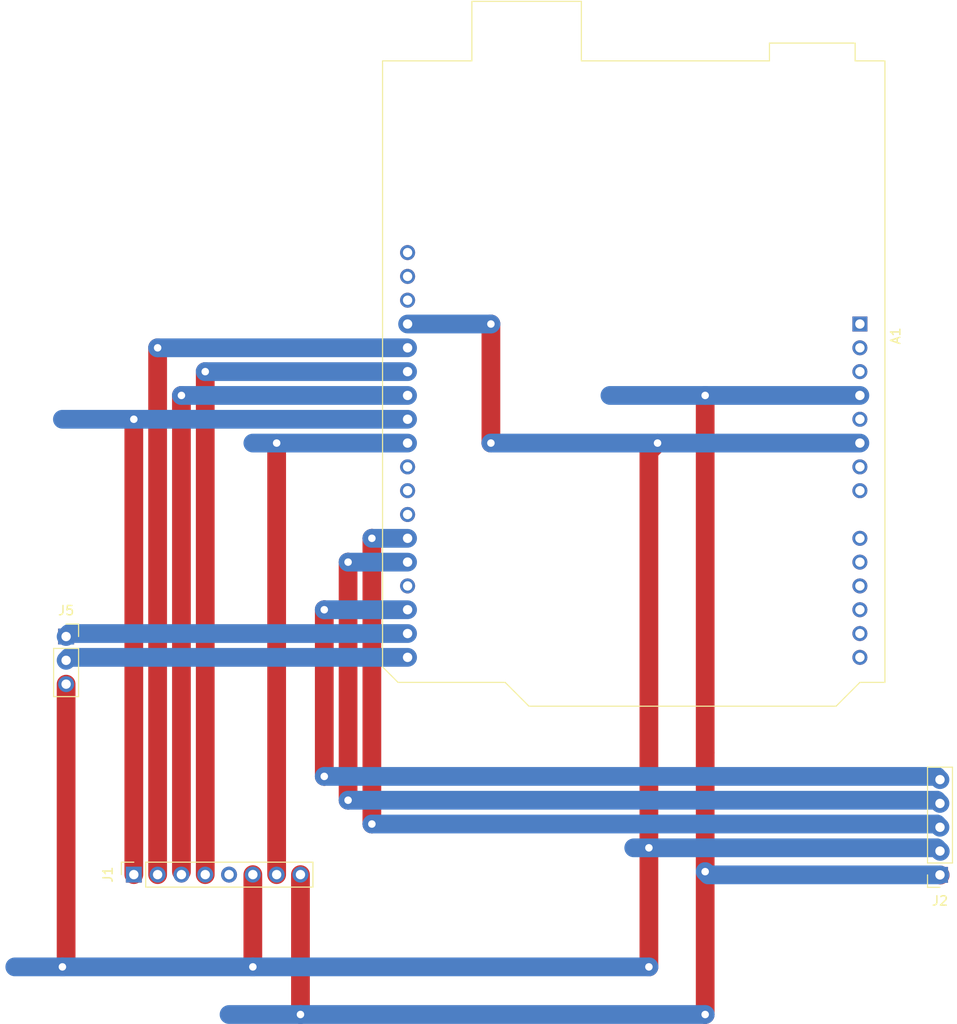
<source format=kicad_pcb>
(kicad_pcb (version 20211014) (generator pcbnew)
  (layers (0 "F.Cu" signal) (31 "B.Cu" signal) (34 "B.Paste" user) (35 "F.Paste" user) (36 "B.SilkS" user "B.Silkscreen") (37 "F.SilkS" user "F.Silkscreen") (38 "B.Mask" user) (39 "F.Mask" user) (44 "Edge.Cuts" user))
  (net 0 "")
  (net 1 "+3V3")
  (net 2 "/RX")
  (net 3 "/TX")
  (net 5 "GND")
  (net 6 "/MOSI")
  (net 7 "/MISO")
  (net 9 "/CLK")
  (net 10 "+5V")
  (net 11 "/N_RST")
  (net 20 "/RST")
  (net 22 "/DAT")
  (net 26 "/SDA")
  (net 27 "/SCK")
  (net 31 "/RTC_RST")
  (footprint "For_Rasterboard:Arduino_UNO_R3_WithMountingHoles_Snapped_to_P2.54mm" (layer "F.Cu") (at 148.59 88.9 -90)
    (fp_text reference "A1" (at 1.27 -3.81 90) (layer "F.SilkS"))
    (fp_text value "Arduino_UNO_R3")
    (fp_line (start 38.23 37.85) (end 40.77 35.31) (layer "F.SilkS") (width 0.12))
    (fp_line (start -28.07 29.72) (end -34.42 29.72) (layer "F.SilkS") (width 0.12))
    (fp_line (start -28.07 9.65) (end -28.07 29.72) (layer "F.SilkS") (width 0.12))
    (fp_line (start -28.07 -2.67) (end -28.07 0.51) (layer "F.SilkS") (width 0.12))
    (fp_line (start 38.23 49.28) (end 38.23 37.85) (layer "F.SilkS") (width 0.12))
    (fp_line (start -29.97 9.65) (end -28.07 9.65) (layer "F.SilkS") (width 0.12))
    (fp_line (start -28.07 41.4) (end -28.07 50.93) (layer "F.SilkS") (width 0.12))
    (fp_line (start 40.77 2.54) (end 38.23 0) (layer "F.SilkS") (width 0.12))
    (fp_line (start -28.07 0.51) (end -29.97 0.51) (layer "F.SilkS") (width 0.12))
    (fp_line (start 36.58 50.93) (end 38.23 49.28) (layer "F.SilkS") (width 0.12))
    (fp_line (start 38.23 -2.67) (end -28.07 -2.67) (layer "F.SilkS") (width 0.12))
    (fp_line (start 38.23 0) (end 38.23 -2.67) (layer "F.SilkS") (width 0.12))
    (fp_line (start -34.42 41.4) (end -28.07 41.4) (layer "F.SilkS") (width 0.12))
    (fp_line (start -34.42 29.72) (end -34.42 41.4) (layer "F.SilkS") (width 0.12))
    (fp_line (start 40.77 35.31) (end 40.77 2.54) (layer "F.SilkS") (width 0.12))
    (fp_line (start -29.97 0.51) (end -29.97 9.65) (layer "F.SilkS") (width 0.12))
    (fp_line (start -28.07 50.93) (end 36.58 50.93) (layer "F.SilkS") (width 0.12))
    (pad "" np_thru_hole circle (at 38.1 5.08) (size 3.2 3.2) (drill 3.2) (layers *.Cu *.Mask))
    (pad "" np_thru_hole circle (at -13.97 0) (size 3.2 3.2) (drill 3.2) (layers *.Cu *.Mask))
    (pad "" np_thru_hole circle (at 38.1 33.02) (size 3.2 3.2) (drill 3.2) (layers *.Cu *.Mask))
    (pad "" np_thru_hole circle (at -12.7 48.26) (size 3.2 3.2) (drill 3.2) (layers *.Cu *.Mask))
    (pad "1" thru_hole rect (at 0 0) (size 1.6 1.6) (drill 1) (layers *.Cu *.Mask))
    (pad "2" thru_hole oval (at 2.54 0) (size 1.6 1.6) (drill 1) (layers *.Cu *.Mask))
    (pad "3" thru_hole oval (at 5.08 0) (size 1.6 1.6) (drill 1) (layers *.Cu *.Mask) (net 11 "/N_RST"))
    (pad "4" thru_hole oval (at 7.62 0) (size 1.6 1.6) (drill 1) (layers *.Cu *.Mask) (net 1 "+3V3"))
    (pad "5" thru_hole oval (at 10.16 0) (size 1.6 1.6) (drill 1) (layers *.Cu *.Mask) (net 10 "+5V"))
    (pad "6" thru_hole oval (at 12.7 0) (size 1.6 1.6) (drill 1) (layers *.Cu *.Mask) (net 5 "GND"))
    (pad "7" thru_hole oval (at 15.24 0) (size 1.6 1.6) (drill 1) (layers *.Cu *.Mask) (net 5 "GND"))
    (pad "8" thru_hole oval (at 17.78 0) (size 1.6 1.6) (drill 1) (layers *.Cu *.Mask))
    (pad "9" thru_hole oval (at 22.86 0) (size 1.6 1.6) (drill 1) (layers *.Cu *.Mask))
    (pad "10" thru_hole oval (at 25.4 0) (size 1.6 1.6) (drill 1) (layers *.Cu *.Mask))
    (pad "11" thru_hole oval (at 27.94 0) (size 1.6 1.6) (drill 1) (layers *.Cu *.Mask))
    (pad "12" thru_hole oval (at 30.48 0) (size 1.6 1.6) (drill 1) (layers *.Cu *.Mask))
    (pad "13" thru_hole oval (at 33.02 0) (size 1.6 1.6) (drill 1) (layers *.Cu *.Mask))
    (pad "14" thru_hole oval (at 35.56 0) (size 1.6 1.6) (drill 1) (layers *.Cu *.Mask))
    (pad "15" thru_hole oval (at 35.56 48.26) (size 1.6 1.6) (drill 1) (layers *.Cu *.Mask) (net 2 "/RX"))
    (pad "16" thru_hole oval (at 33.02 48.26) (size 1.6 1.6) (drill 1) (layers *.Cu *.Mask) (net 3 "/TX"))
    (pad "17" thru_hole oval (at 30.48 48.26) (size 1.6 1.6) (drill 1) (layers *.Cu *.Mask) (net 31 "/RTC_RST"))
    (pad "18" thru_hole oval (at 27.94 48.26) (size 1.6 1.6) (drill 1) (layers *.Cu *.Mask))
    (pad "19" thru_hole oval (at 25.4 48.26) (size 1.6 1.6) (drill 1) (layers *.Cu *.Mask) (net 22 "/DAT"))
    (pad "20" thru_hole oval (at 22.86 48.26) (size 1.6 1.6) (drill 1) (layers *.Cu *.Mask) (net 9 "/CLK"))
    (pad "21" thru_hole oval (at 20.32 48.26) (size 1.6 1.6) (drill 1) (layers *.Cu *.Mask))
    (pad "22" thru_hole oval (at 17.78 48.26) (size 1.6 1.6) (drill 1) (layers *.Cu *.Mask))
    (pad "23" thru_hole oval (at 15.24 48.26) (size 1.6 1.6) (drill 1) (layers *.Cu *.Mask))
    (pad "24" thru_hole oval (at 12.7 48.26) (size 1.6 1.6) (drill 1) (layers *.Cu *.Mask) (net 20 "/RST"))
    (pad "25" thru_hole oval (at 10.16 48.26) (size 1.6 1.6) (drill 1) (layers *.Cu *.Mask) (net 26 "/SDA"))
    (pad "26" thru_hole oval (at 7.62 48.26) (size 1.6 1.6) (drill 1) (layers *.Cu *.Mask) (net 6 "/MOSI"))
    (pad "27" thru_hole oval (at 5.08 48.26) (size 1.6 1.6) (drill 1) (layers *.Cu *.Mask) (net 7 "/MISO"))
    (pad "28" thru_hole oval (at 2.54 48.26) (size 1.6 1.6) (drill 1) (layers *.Cu *.Mask) (net 27 "/SCK"))
    (pad "29" thru_hole oval (at 0 48.26) (size 1.6 1.6) (drill 1) (layers *.Cu *.Mask) (net 5 "GND"))
    (pad "30" thru_hole oval (at -2.54 48.26) (size 1.6 1.6) (drill 1) (layers *.Cu *.Mask))
    (pad "31" thru_hole oval (at -5.08 48.26) (size 1.6 1.6) (drill 1) (layers *.Cu *.Mask))
    (pad "32" thru_hole oval (at -7.62 48.26) (size 1.6 1.6) (drill 1) (layers *.Cu *.Mask))
  )
  (footprint "Connector_PinSocket_2.54mm:PinSocket_1x03_P2.54mm_Vertical" (layer "F.Cu") (at 63.895 122.2375)
    (fp_text reference "J5" (at 0 -2.77) (layer "F.SilkS"))
    (fp_text value "1x3 2.54mm male")
    (fp_line (start 1.33 -1.33) (end 1.33 0) (layer "F.SilkS") (width 0.12))
    (fp_line (start -1.33 1.27) (end -1.33 6.41) (layer "F.SilkS") (width 0.12))
    (fp_line (start -1.33 1.27) (end 1.33 1.27) (layer "F.SilkS") (width 0.12))
    (fp_line (start 0 -1.33) (end 1.33 -1.33) (layer "F.SilkS") (width 0.12))
    (fp_line (start 1.33 1.27) (end 1.33 6.41) (layer "F.SilkS") (width 0.12))
    (fp_line (start -1.33 6.41) (end 1.33 6.41) (layer "F.SilkS") (width 0.12))
    (pad "1" thru_hole rect (at 0 0) (size 1.7 1.7) (drill 1) (layers *.Cu *.Mask) (net 3 "/TX"))
    (pad "2" thru_hole oval (at 0 2.54) (size 1.7 1.7) (drill 1) (layers *.Cu *.Mask) (net 2 "/RX"))
    (pad "3" thru_hole oval (at 0 5.08) (size 1.7 1.7) (drill 1) (layers *.Cu *.Mask) (net 5 "GND"))
  )
  (footprint "Connector_PinSocket_2.54mm:PinSocket_1x08_P2.54mm_Vertical" (layer "F.Cu") (at 71.12 147.6375 90)
    (fp_text reference "J1" (at 0 -2.77 90) (layer "F.SilkS"))
    (fp_text value "RFID")
    (fp_line (start -1.33 19.11) (end 1.33 19.11) (layer "F.SilkS") (width 0.12))
    (fp_line (start 1.33 -1.33) (end 1.33 0) (layer "F.SilkS") (width 0.12))
    (fp_line (start 0 -1.33) (end 1.33 -1.33) (layer "F.SilkS") (width 0.12))
    (fp_line (start -1.33 1.27) (end -1.33 19.11) (layer "F.SilkS") (width 0.12))
    (fp_line (start 1.33 1.27) (end 1.33 19.11) (layer "F.SilkS") (width 0.12))
    (fp_line (start -1.33 1.27) (end 1.33 1.27) (layer "F.SilkS") (width 0.12))
    (pad "1" thru_hole rect (at 0 0 90) (size 1.7 1.7) (drill 1) (layers *.Cu *.Mask) (net 26 "/SDA"))
    (pad "2" thru_hole oval (at 0 2.54 90) (size 1.7 1.7) (drill 1) (layers *.Cu *.Mask) (net 27 "/SCK"))
    (pad "3" thru_hole oval (at 0 5.08 90) (size 1.7 1.7) (drill 1) (layers *.Cu *.Mask) (net 6 "/MOSI"))
    (pad "4" thru_hole oval (at 0 7.62 90) (size 1.7 1.7) (drill 1) (layers *.Cu *.Mask) (net 7 "/MISO"))
    (pad "5" thru_hole oval (at 0 10.16 90) (size 1.7 1.7) (drill 1) (layers *.Cu *.Mask))
    (pad "6" thru_hole oval (at 0 12.7 90) (size 1.7 1.7) (drill 1) (layers *.Cu *.Mask) (net 5 "GND"))
    (pad "7" thru_hole oval (at 0 15.24 90) (size 1.7 1.7) (drill 1) (layers *.Cu *.Mask) (net 20 "/RST"))
    (pad "8" thru_hole oval (at 0 17.78 90) (size 1.7 1.7) (drill 1) (layers *.Cu *.Mask) (net 1 "+3V3"))
  )
  (footprint "Connector_PinSocket_2.54mm:PinSocket_1x05_P2.54mm_Vertical" (layer "F.Cu") (at 157.135 147.665 180)
    (fp_text reference "J2" (at 0 -2.77) (layer "F.SilkS"))
    (fp_text value "RTC")
    (fp_line (start 0 -1.33) (end 1.33 -1.33) (layer "F.SilkS") (width 0.12))
    (fp_line (start -1.33 1.27) (end -1.33 11.49) (layer "F.SilkS") (width 0.12))
    (fp_line (start 1.33 -1.33) (end 1.33 0) (layer "F.SilkS") (width 0.12))
    (fp_line (start -1.33 1.27) (end 1.33 1.27) (layer "F.SilkS") (width 0.12))
    (fp_line (start -1.33 11.49) (end 1.33 11.49) (layer "F.SilkS") (width 0.12))
    (fp_line (start 1.33 1.27) (end 1.33 11.49) (layer "F.SilkS") (width 0.12))
    (pad "1" thru_hole rect (at 0 0 180) (size 1.7 1.7) (drill 1) (layers *.Cu *.Mask) (net 1 "+3V3"))
    (pad "2" thru_hole oval (at 0 2.54 180) (size 1.7 1.7) (drill 1) (layers *.Cu *.Mask) (net 5 "GND"))
    (pad "3" thru_hole oval (at 0 5.08 180) (size 1.7 1.7) (drill 1) (layers *.Cu *.Mask) (net 9 "/CLK"))
    (pad "4" thru_hole oval (at 0 7.62 180) (size 1.7 1.7) (drill 1) (layers *.Cu *.Mask) (net 22 "/DAT"))
    (pad "5" thru_hole oval (at 0 10.16 180) (size 1.7 1.7) (drill 1) (layers *.Cu *.Mask) (net 31 "/RTC_RST"))
  )
  (segment (start 88.9 162.56) (end 88.9 147.6375) (width 2) (layer "F.Cu") (net 1))
  (segment (start 132.08 137.16) (end 132.08 147.32) (width 2) (layer "F.Cu") (net 1))
  (segment (start 157.16 147.69) (end 157.135 147.665) (width 2) (layer "F.Cu") (net 1))
  (segment (start 132.08 134.62) (end 132.08 137.16) (width 2) (layer "F.Cu") (net 1))
  (segment (start 132.08 96.52) (end 132.08 134.62) (width 2) (layer "F.Cu") (net 1))
  (segment (start 132.08 147.32) (end 132.08 162.56) (width 2) (layer "F.Cu") (net 1))
  (via (at 132.08 96.52) (size 2) (drill 0.8) (layers "F.Cu" "B.Cu") (net 1))
  (via (at 132.08 147.32) (size 2) (drill 0.8) (layers "F.Cu" "B.Cu") (net 1))
  (via (at 132.08 162.56) (size 2) (drill 0.8) (layers "F.Cu" "B.Cu") (net 1))
  (via (at 88.9 162.56) (size 2) (drill 0.8) (layers "F.Cu" "B.Cu") (net 1))
  (segment (start 148.59 96.52) (end 132.08 96.52) (width 2) (layer "B.Cu") (net 1))
  (segment (start 132.08 162.56) (end 88.9 162.56) (width 2) (layer "B.Cu") (net 1))
  (segment (start 88.9 162.56) (end 81.28 162.56) (width 2) (layer "B.Cu") (net 1))
  (segment (start 132.425 147.665) (end 132.08 147.32) (width 2) (layer "B.Cu") (net 1))
  (segment (start 157.135 147.665) (end 132.425 147.665) (width 2) (layer "B.Cu") (net 1))
  (segment (start 132.08 96.52) (end 121.92 96.52) (width 2) (layer "B.Cu") (net 1))
  (segment (start 100.33 124.46) (end 64.2125 124.46) (width 2) (layer "B.Cu") (net 2))
  (segment (start 64.2125 124.46) (end 63.895 124.7775) (width 2) (layer "B.Cu") (net 2))
  (segment (start 64.2125 121.92) (end 63.895 122.2375) (width 2) (layer "B.Cu") (net 3))
  (segment (start 100.33 121.92) (end 64.2125 121.92) (width 2) (layer "B.Cu") (net 3))
  (segment (start 109.22 101.6) (end 109.22 88.9) (width 2) (layer "F.Cu") (net 5))
  (segment (start 126.0775 144.78) (end 126.0775 102.5225) (width 2) (layer "F.Cu") (net 5))
  (segment (start 63.895 157.085) (end 63.5 157.48) (width 2) (layer "F.Cu") (net 5))
  (segment (start 63.895 127.3175) (end 63.895 157.085) (width 2) (layer "F.Cu") (net 5))
  (segment (start 83.82 157.48) (end 83.82 147.6375) (width 2) (layer "F.Cu") (net 5))
  (segment (start 126.0775 144.78) (end 126.0775 157.48) (width 2) (layer "F.Cu") (net 5))
  (segment (start 126.0775 102.5225) (end 127 101.6) (width 2) (layer "F.Cu") (net 5))
  (via (at 127 101.6) (size 2) (drill 0.8) (layers "F.Cu" "B.Cu") (net 5))
  (via (at 126.0775 157.48) (size 2) (drill 0.8) (layers "F.Cu" "B.Cu") (net 5))
  (via (at 83.82 157.48) (size 2) (drill 0.8) (layers "F.Cu" "B.Cu") (net 5))
  (via (at 126.0775 144.78) (size 2) (drill 0.8) (layers "F.Cu" "B.Cu") (net 5))
  (via (at 109.22 101.6) (size 2) (drill 0.8) (layers "F.Cu" "B.Cu") (net 5))
  (via (at 63.5 157.48) (size 2) (drill 0.8) (layers "F.Cu" "B.Cu") (net 5))
  (via (at 109.22 88.9) (size 2) (drill 0.8) (layers "F.Cu" "B.Cu") (net 5))
  (segment (start 83.82 157.48) (end 126.0775 157.48) (width 2) (layer "B.Cu") (net 5))
  (segment (start 109.22 88.9) (end 100.33 88.9) (width 2) (layer "B.Cu") (net 5))
  (segment (start 58.42 157.48) (end 63.5 157.48) (width 2) (layer "B.Cu") (net 5))
  (segment (start 157.135 145.125) (end 156.79 144.78) (width 2) (layer "B.Cu") (net 5))
  (segment (start 157.135 145.125) (end 157.165 145.155) (width 2) (layer "B.Cu") (net 5))
  (segment (start 127 101.6) (end 109.22 101.6) (width 2) (layer "B.Cu") (net 5))
  (segment (start 156.79 144.78) (end 124.46 144.78) (width 2) (layer "B.Cu") (net 5))
  (segment (start 148.59 101.6) (end 127 101.6) (width 2) (layer "B.Cu") (net 5))
  (segment (start 63.5 157.48) (end 83.82 157.48) (width 2) (layer "B.Cu") (net 5))
  (segment (start 76.2 96.52) (end 76.2 147.32) (width 2) (layer "F.Cu") (net 6))
  (via (at 76.2 96.52) (size 2) (drill 0.8) (layers "F.Cu" "B.Cu") (net 6))
  (segment (start 100.33 96.52) (end 76.2 96.52) (width 2) (layer "B.Cu") (net 6))
  (segment (start 78.74 93.98) (end 78.74 147.6375) (width 2) (layer "F.Cu") (net 7))
  (via (at 78.74 93.98) (size 2) (drill 0.8) (layers "F.Cu" "B.Cu") (net 7))
  (segment (start 100.33 93.98) (end 78.74 93.98) (width 2) (layer "B.Cu") (net 7))
  (segment (start 96.52 111.76) (end 96.52 142.24) (width 2) (layer "F.Cu") (net 9))
  (via (at 96.52 111.76) (size 2) (drill 0.8) (layers "F.Cu" "B.Cu") (net 9))
  (via (at 96.52 142.24) (size 2) (drill 0.8) (layers "F.Cu" "B.Cu") (net 9))
  (segment (start 156.79 142.24) (end 96.52 142.24) (width 2) (layer "B.Cu") (net 9))
  (segment (start 100.33 111.76) (end 96.52 111.76) (width 2) (layer "B.Cu") (net 9))
  (segment (start 157.135 142.585) (end 156.79 142.24) (width 2) (layer "B.Cu") (net 9))
  (segment (start 86.36 101.6) (end 86.36 147.6375) (width 2) (layer "F.Cu") (net 20))
  (via (at 86.36 101.6) (size 2) (drill 0.8) (layers "F.Cu" "B.Cu") (net 20))
  (segment (start 100.33 101.6) (end 86.36 101.6) (width 2) (layer "B.Cu") (net 20))
  (segment (start 86.36 101.6) (end 83.82 101.6) (width 2) (layer "B.Cu") (net 20))
  (segment (start 93.98 114.3) (end 93.98 139.7) (width 2) (layer "F.Cu") (net 22))
  (via (at 93.98 114.3) (size 2) (drill 0.8) (layers "F.Cu" "B.Cu") (net 22))
  (via (at 93.98 139.7) (size 2) (drill 0.8) (layers "F.Cu" "B.Cu") (net 22))
  (segment (start 100.33 114.3) (end 93.98 114.3) (width 2) (layer "B.Cu") (net 22))
  (segment (start 156.79 139.7) (end 93.98 139.7) (width 2) (layer "B.Cu") (net 22))
  (segment (start 157.135 140.045) (end 156.79 139.7) (width 2) (layer "B.Cu") (net 22))
  (segment (start 71.12 99.06) (end 71.12 147.6375) (width 2) (layer "F.Cu") (net 26))
  (via (at 71.12 99.06) (size 2) (drill 0.8) (layers "F.Cu" "B.Cu") (net 26))
  (segment (start 100.33 99.06) (end 71.12 99.06) (width 2) (layer "B.Cu") (net 26))
  (segment (start 71.12 99.06) (end 63.5 99.06) (width 2) (layer "B.Cu") (net 26))
  (segment (start 73.66 147.6375) (end 73.66 91.44) (width 2) (layer "F.Cu") (net 27))
  (via (at 73.66 91.44) (size 2) (drill 0.8) (layers "F.Cu" "B.Cu") (net 27))
  (segment (start 100.33 91.44) (end 73.66 91.44) (width 2) (layer "B.Cu") (net 27))
  (segment (start 91.44 119.38) (end 91.44 137.16) (width 2) (layer "F.Cu") (net 31))
  (via (at 91.44 137.16) (size 2) (drill 0.8) (layers "F.Cu" "B.Cu") (net 31))
  (via (at 91.44 119.38) (size 2) (drill 0.8) (layers "F.Cu" "B.Cu") (net 31))
  (segment (start 157.135 137.505) (end 156.79 137.16) (width 2) (layer "B.Cu") (net 31))
  (segment (start 156.79 137.16) (end 91.44 137.16) (width 2) (layer "B.Cu") (net 31))
  (segment (start 100.33 119.38) (end 91.44 119.38) (width 2) (layer "B.Cu") (net 31))
)
</source>
